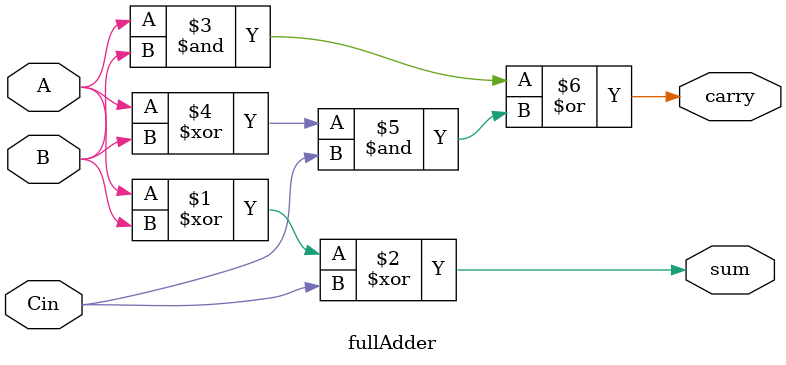
<source format=sv>
module fullAdderSubtractor_4Bit(sum,carry,A,B,en);
  input [3:0] A,B;
  input en;  // en = 0 for addition, en = 1 for subtraction
  output [3:0] sum;
  output carry;
  wire [3:0] w;
  wire [3:0] B_xor; // XOR result for subtraction
  
  // XOR the B input with en to handle addition or subtraction
  assign B_xor = B ^ {4{en}};
  
  // Instantiate 1-bit full adders for each bit
  fullAdder FA1(sum[0], w[0], A[0], B_xor[0], en);  // Carry in is 'en' for LSB
  fullAdder FA2(sum[1], w[1], A[1], B_xor[1], w[0]);
  fullAdder FA3(sum[2], w[2], A[2], B_xor[2], w[1]);
  fullAdder FA4(sum[3], carry, A[3], B_xor[3], w[2]);
  
endmodule

module fullAdder(sum,carry,A,B,Cin);
  input A,B,Cin;
  output sum, carry;
  
  assign sum = A ^ B ^ Cin;
  assign carry = (A & B) | ((A ^ B) & Cin);
  
endmodule

</source>
